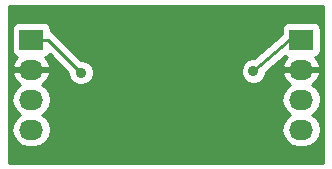
<source format=gbl>
G04 #@! TF.FileFunction,Copper,L2,Bot,Signal*
%FSLAX46Y46*%
G04 Gerber Fmt 4.6, Leading zero omitted, Abs format (unit mm)*
G04 Created by KiCad (PCBNEW 0.201503020946+5465~21~ubuntu14.04.1-product) date Sat 21 Mar 2015 17:31:31 CET*
%MOMM*%
G01*
G04 APERTURE LIST*
%ADD10C,0.100000*%
%ADD11R,2.032000X1.727200*%
%ADD12O,2.032000X1.727200*%
%ADD13C,0.889000*%
%ADD14C,0.254000*%
G04 APERTURE END LIST*
D10*
D11*
X149860000Y-106680000D03*
D12*
X149860000Y-109220000D03*
X149860000Y-111760000D03*
X149860000Y-114300000D03*
D11*
X172720000Y-106680000D03*
D12*
X172720000Y-109220000D03*
X172720000Y-111760000D03*
X172720000Y-114300000D03*
D13*
X154051000Y-109474000D03*
X168656000Y-109347000D03*
D14*
X151257000Y-106680000D02*
X154051000Y-109474000D01*
X149860000Y-106680000D02*
X151257000Y-106680000D01*
X171704000Y-106680000D02*
X168656000Y-109347000D01*
X172720000Y-106680000D02*
X171704000Y-106680000D01*
G36*
X174575000Y-117171000D02*
X174403345Y-117171000D01*
X174403345Y-114300000D01*
X174289271Y-113726511D01*
X173964415Y-113240330D01*
X173649634Y-113030000D01*
X173964415Y-112819670D01*
X174289271Y-112333489D01*
X174403345Y-111760000D01*
X174383440Y-111659930D01*
X174383440Y-107543600D01*
X174383440Y-105816400D01*
X174336463Y-105574277D01*
X174196673Y-105361473D01*
X173985640Y-105219023D01*
X173736000Y-105168960D01*
X171704000Y-105168960D01*
X171461877Y-105215937D01*
X171249073Y-105355727D01*
X171106623Y-105566760D01*
X171056560Y-105816400D01*
X171056560Y-106233988D01*
X168732471Y-108267565D01*
X168442216Y-108267313D01*
X168045311Y-108431311D01*
X167741378Y-108734714D01*
X167576687Y-109131332D01*
X167576313Y-109560784D01*
X167740311Y-109957689D01*
X168043714Y-110261622D01*
X168440332Y-110426313D01*
X168869784Y-110426687D01*
X169266689Y-110262689D01*
X169570622Y-109959286D01*
X169735313Y-109562668D01*
X169735441Y-109415009D01*
X171305960Y-108040805D01*
X171454360Y-108140977D01*
X171546645Y-108159483D01*
X171369268Y-108317964D01*
X171115291Y-108845209D01*
X171112642Y-108860974D01*
X171233783Y-109093000D01*
X172593000Y-109093000D01*
X172593000Y-109073000D01*
X172847000Y-109073000D01*
X172847000Y-109093000D01*
X174206217Y-109093000D01*
X174327358Y-108860974D01*
X174324709Y-108845209D01*
X174070732Y-108317964D01*
X173894298Y-108160326D01*
X173978123Y-108144063D01*
X174190927Y-108004273D01*
X174333377Y-107793240D01*
X174383440Y-107543600D01*
X174383440Y-111659930D01*
X174289271Y-111186511D01*
X173964415Y-110700330D01*
X173654930Y-110493539D01*
X174070732Y-110122036D01*
X174324709Y-109594791D01*
X174327358Y-109579026D01*
X174206217Y-109347000D01*
X172847000Y-109347000D01*
X172847000Y-109367000D01*
X172593000Y-109367000D01*
X172593000Y-109347000D01*
X171233783Y-109347000D01*
X171112642Y-109579026D01*
X171115291Y-109594791D01*
X171369268Y-110122036D01*
X171785069Y-110493539D01*
X171475585Y-110700330D01*
X171150729Y-111186511D01*
X171036655Y-111760000D01*
X171150729Y-112333489D01*
X171475585Y-112819670D01*
X171790365Y-113030000D01*
X171475585Y-113240330D01*
X171150729Y-113726511D01*
X171036655Y-114300000D01*
X171150729Y-114873489D01*
X171475585Y-115359670D01*
X171961766Y-115684526D01*
X172535255Y-115798600D01*
X172904745Y-115798600D01*
X173478234Y-115684526D01*
X173964415Y-115359670D01*
X174289271Y-114873489D01*
X174403345Y-114300000D01*
X174403345Y-117171000D01*
X155130687Y-117171000D01*
X155130687Y-109260216D01*
X154966689Y-108863311D01*
X154663286Y-108559378D01*
X154266668Y-108394687D01*
X154049128Y-108394497D01*
X151795815Y-106141185D01*
X151548605Y-105976004D01*
X151523440Y-105970998D01*
X151523440Y-105816400D01*
X151476463Y-105574277D01*
X151336673Y-105361473D01*
X151125640Y-105219023D01*
X150876000Y-105168960D01*
X148844000Y-105168960D01*
X148601877Y-105215937D01*
X148389073Y-105355727D01*
X148246623Y-105566760D01*
X148196560Y-105816400D01*
X148196560Y-107543600D01*
X148243537Y-107785723D01*
X148383327Y-107998527D01*
X148594360Y-108140977D01*
X148686645Y-108159483D01*
X148509268Y-108317964D01*
X148255291Y-108845209D01*
X148252642Y-108860974D01*
X148373783Y-109093000D01*
X149733000Y-109093000D01*
X149733000Y-109073000D01*
X149987000Y-109073000D01*
X149987000Y-109093000D01*
X151346217Y-109093000D01*
X151467358Y-108860974D01*
X151464709Y-108845209D01*
X151210732Y-108317964D01*
X151034298Y-108160326D01*
X151118123Y-108144063D01*
X151330927Y-108004273D01*
X151400529Y-107901159D01*
X152971500Y-109472131D01*
X152971313Y-109687784D01*
X153135311Y-110084689D01*
X153438714Y-110388622D01*
X153835332Y-110553313D01*
X154264784Y-110553687D01*
X154661689Y-110389689D01*
X154965622Y-110086286D01*
X155130313Y-109689668D01*
X155130687Y-109260216D01*
X155130687Y-117171000D01*
X151543345Y-117171000D01*
X151543345Y-114300000D01*
X151429271Y-113726511D01*
X151104415Y-113240330D01*
X150789634Y-113030000D01*
X151104415Y-112819670D01*
X151429271Y-112333489D01*
X151543345Y-111760000D01*
X151429271Y-111186511D01*
X151104415Y-110700330D01*
X150794930Y-110493539D01*
X151210732Y-110122036D01*
X151464709Y-109594791D01*
X151467358Y-109579026D01*
X151346217Y-109347000D01*
X149987000Y-109347000D01*
X149987000Y-109367000D01*
X149733000Y-109367000D01*
X149733000Y-109347000D01*
X148373783Y-109347000D01*
X148252642Y-109579026D01*
X148255291Y-109594791D01*
X148509268Y-110122036D01*
X148925069Y-110493539D01*
X148615585Y-110700330D01*
X148290729Y-111186511D01*
X148176655Y-111760000D01*
X148290729Y-112333489D01*
X148615585Y-112819670D01*
X148930365Y-113030000D01*
X148615585Y-113240330D01*
X148290729Y-113726511D01*
X148176655Y-114300000D01*
X148290729Y-114873489D01*
X148615585Y-115359670D01*
X149101766Y-115684526D01*
X149675255Y-115798600D01*
X150044745Y-115798600D01*
X150618234Y-115684526D01*
X151104415Y-115359670D01*
X151429271Y-114873489D01*
X151543345Y-114300000D01*
X151543345Y-117171000D01*
X148005000Y-117171000D01*
X148005000Y-103809000D01*
X174575000Y-103809000D01*
X174575000Y-117171000D01*
X174575000Y-117171000D01*
G37*
X174575000Y-117171000D02*
X174403345Y-117171000D01*
X174403345Y-114300000D01*
X174289271Y-113726511D01*
X173964415Y-113240330D01*
X173649634Y-113030000D01*
X173964415Y-112819670D01*
X174289271Y-112333489D01*
X174403345Y-111760000D01*
X174383440Y-111659930D01*
X174383440Y-107543600D01*
X174383440Y-105816400D01*
X174336463Y-105574277D01*
X174196673Y-105361473D01*
X173985640Y-105219023D01*
X173736000Y-105168960D01*
X171704000Y-105168960D01*
X171461877Y-105215937D01*
X171249073Y-105355727D01*
X171106623Y-105566760D01*
X171056560Y-105816400D01*
X171056560Y-106233988D01*
X168732471Y-108267565D01*
X168442216Y-108267313D01*
X168045311Y-108431311D01*
X167741378Y-108734714D01*
X167576687Y-109131332D01*
X167576313Y-109560784D01*
X167740311Y-109957689D01*
X168043714Y-110261622D01*
X168440332Y-110426313D01*
X168869784Y-110426687D01*
X169266689Y-110262689D01*
X169570622Y-109959286D01*
X169735313Y-109562668D01*
X169735441Y-109415009D01*
X171305960Y-108040805D01*
X171454360Y-108140977D01*
X171546645Y-108159483D01*
X171369268Y-108317964D01*
X171115291Y-108845209D01*
X171112642Y-108860974D01*
X171233783Y-109093000D01*
X172593000Y-109093000D01*
X172593000Y-109073000D01*
X172847000Y-109073000D01*
X172847000Y-109093000D01*
X174206217Y-109093000D01*
X174327358Y-108860974D01*
X174324709Y-108845209D01*
X174070732Y-108317964D01*
X173894298Y-108160326D01*
X173978123Y-108144063D01*
X174190927Y-108004273D01*
X174333377Y-107793240D01*
X174383440Y-107543600D01*
X174383440Y-111659930D01*
X174289271Y-111186511D01*
X173964415Y-110700330D01*
X173654930Y-110493539D01*
X174070732Y-110122036D01*
X174324709Y-109594791D01*
X174327358Y-109579026D01*
X174206217Y-109347000D01*
X172847000Y-109347000D01*
X172847000Y-109367000D01*
X172593000Y-109367000D01*
X172593000Y-109347000D01*
X171233783Y-109347000D01*
X171112642Y-109579026D01*
X171115291Y-109594791D01*
X171369268Y-110122036D01*
X171785069Y-110493539D01*
X171475585Y-110700330D01*
X171150729Y-111186511D01*
X171036655Y-111760000D01*
X171150729Y-112333489D01*
X171475585Y-112819670D01*
X171790365Y-113030000D01*
X171475585Y-113240330D01*
X171150729Y-113726511D01*
X171036655Y-114300000D01*
X171150729Y-114873489D01*
X171475585Y-115359670D01*
X171961766Y-115684526D01*
X172535255Y-115798600D01*
X172904745Y-115798600D01*
X173478234Y-115684526D01*
X173964415Y-115359670D01*
X174289271Y-114873489D01*
X174403345Y-114300000D01*
X174403345Y-117171000D01*
X155130687Y-117171000D01*
X155130687Y-109260216D01*
X154966689Y-108863311D01*
X154663286Y-108559378D01*
X154266668Y-108394687D01*
X154049128Y-108394497D01*
X151795815Y-106141185D01*
X151548605Y-105976004D01*
X151523440Y-105970998D01*
X151523440Y-105816400D01*
X151476463Y-105574277D01*
X151336673Y-105361473D01*
X151125640Y-105219023D01*
X150876000Y-105168960D01*
X148844000Y-105168960D01*
X148601877Y-105215937D01*
X148389073Y-105355727D01*
X148246623Y-105566760D01*
X148196560Y-105816400D01*
X148196560Y-107543600D01*
X148243537Y-107785723D01*
X148383327Y-107998527D01*
X148594360Y-108140977D01*
X148686645Y-108159483D01*
X148509268Y-108317964D01*
X148255291Y-108845209D01*
X148252642Y-108860974D01*
X148373783Y-109093000D01*
X149733000Y-109093000D01*
X149733000Y-109073000D01*
X149987000Y-109073000D01*
X149987000Y-109093000D01*
X151346217Y-109093000D01*
X151467358Y-108860974D01*
X151464709Y-108845209D01*
X151210732Y-108317964D01*
X151034298Y-108160326D01*
X151118123Y-108144063D01*
X151330927Y-108004273D01*
X151400529Y-107901159D01*
X152971500Y-109472131D01*
X152971313Y-109687784D01*
X153135311Y-110084689D01*
X153438714Y-110388622D01*
X153835332Y-110553313D01*
X154264784Y-110553687D01*
X154661689Y-110389689D01*
X154965622Y-110086286D01*
X155130313Y-109689668D01*
X155130687Y-109260216D01*
X155130687Y-117171000D01*
X151543345Y-117171000D01*
X151543345Y-114300000D01*
X151429271Y-113726511D01*
X151104415Y-113240330D01*
X150789634Y-113030000D01*
X151104415Y-112819670D01*
X151429271Y-112333489D01*
X151543345Y-111760000D01*
X151429271Y-111186511D01*
X151104415Y-110700330D01*
X150794930Y-110493539D01*
X151210732Y-110122036D01*
X151464709Y-109594791D01*
X151467358Y-109579026D01*
X151346217Y-109347000D01*
X149987000Y-109347000D01*
X149987000Y-109367000D01*
X149733000Y-109367000D01*
X149733000Y-109347000D01*
X148373783Y-109347000D01*
X148252642Y-109579026D01*
X148255291Y-109594791D01*
X148509268Y-110122036D01*
X148925069Y-110493539D01*
X148615585Y-110700330D01*
X148290729Y-111186511D01*
X148176655Y-111760000D01*
X148290729Y-112333489D01*
X148615585Y-112819670D01*
X148930365Y-113030000D01*
X148615585Y-113240330D01*
X148290729Y-113726511D01*
X148176655Y-114300000D01*
X148290729Y-114873489D01*
X148615585Y-115359670D01*
X149101766Y-115684526D01*
X149675255Y-115798600D01*
X150044745Y-115798600D01*
X150618234Y-115684526D01*
X151104415Y-115359670D01*
X151429271Y-114873489D01*
X151543345Y-114300000D01*
X151543345Y-117171000D01*
X148005000Y-117171000D01*
X148005000Y-103809000D01*
X174575000Y-103809000D01*
X174575000Y-117171000D01*
M02*

</source>
